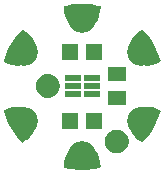
<source format=gbr>
G04 EAGLE Gerber RS-274X export*
G75*
%MOMM*%
%FSLAX34Y34*%
%LPD*%
%INSoldermask Top*%
%IPPOS*%
%AMOC8*
5,1,8,0,0,1.08239X$1,22.5*%
G01*
%ADD10R,1.352400X1.452400*%
%ADD11C,1.152400*%
%ADD12C,0.500000*%
%ADD13C,2.336800*%
%ADD14R,1.452400X0.552400*%
%ADD15R,1.552400X1.252400*%

G36*
X3062Y-70944D02*
X3062Y-70944D01*
X3099Y-70946D01*
X9133Y-70312D01*
X9160Y-70304D01*
X9198Y-70302D01*
X15132Y-69040D01*
X15154Y-69031D01*
X15178Y-69029D01*
X15257Y-68989D01*
X15340Y-68956D01*
X15357Y-68940D01*
X15378Y-68929D01*
X15411Y-68895D01*
X15413Y-68893D01*
X15422Y-68883D01*
X15439Y-68864D01*
X15505Y-68804D01*
X15516Y-68783D01*
X15532Y-68765D01*
X15548Y-68727D01*
X15555Y-68719D01*
X15568Y-68681D01*
X15607Y-68604D01*
X15610Y-68581D01*
X15619Y-68559D01*
X15622Y-68521D01*
X15627Y-68506D01*
X15626Y-68467D01*
X15630Y-68411D01*
X15633Y-68381D01*
X15632Y-68377D01*
X15632Y-68372D01*
X15345Y-64613D01*
X15334Y-64573D01*
X15329Y-64515D01*
X14457Y-60848D01*
X14440Y-60810D01*
X14426Y-60753D01*
X12991Y-57268D01*
X12969Y-57233D01*
X12946Y-57179D01*
X10983Y-53961D01*
X10956Y-53930D01*
X10925Y-53880D01*
X8483Y-51009D01*
X8445Y-50978D01*
X8389Y-50919D01*
X6603Y-49533D01*
X6578Y-49520D01*
X6574Y-49515D01*
X6563Y-49510D01*
X6535Y-49487D01*
X4583Y-48346D01*
X4550Y-48334D01*
X4509Y-48309D01*
X2426Y-47432D01*
X2391Y-47425D01*
X2347Y-47405D01*
X168Y-46808D01*
X92Y-46802D01*
X19Y-46786D01*
X-24Y-46791D01*
X-56Y-46788D01*
X-100Y-46800D01*
X-168Y-46808D01*
X-2347Y-47405D01*
X-2379Y-47421D01*
X-2426Y-47432D01*
X-4509Y-48309D01*
X-4539Y-48328D01*
X-4583Y-48346D01*
X-6535Y-49487D01*
X-6561Y-49510D01*
X-6603Y-49533D01*
X-8389Y-50919D01*
X-8422Y-50956D01*
X-8483Y-51009D01*
X-10925Y-53880D01*
X-10946Y-53916D01*
X-10983Y-53961D01*
X-12946Y-57179D01*
X-12961Y-57217D01*
X-12991Y-57268D01*
X-14426Y-60753D01*
X-14435Y-60794D01*
X-14457Y-60848D01*
X-15329Y-64515D01*
X-15331Y-64556D01*
X-15345Y-64613D01*
X-15632Y-68372D01*
X-15630Y-68395D01*
X-15634Y-68419D01*
X-15622Y-68490D01*
X-15620Y-68543D01*
X-15613Y-68560D01*
X-15610Y-68595D01*
X-15599Y-68616D01*
X-15595Y-68640D01*
X-15550Y-68716D01*
X-15550Y-68717D01*
X-15536Y-68751D01*
X-15529Y-68758D01*
X-15511Y-68796D01*
X-15493Y-68813D01*
X-15481Y-68833D01*
X-15413Y-68889D01*
X-15391Y-68910D01*
X-15384Y-68917D01*
X-15382Y-68918D01*
X-15348Y-68950D01*
X-15326Y-68960D01*
X-15307Y-68975D01*
X-15170Y-69026D01*
X-15141Y-69038D01*
X-15137Y-69039D01*
X-15132Y-69040D01*
X-9198Y-70302D01*
X-9169Y-70303D01*
X-9133Y-70312D01*
X-3099Y-70946D01*
X-3071Y-70944D01*
X-3033Y-70950D01*
X3033Y-70950D01*
X3062Y-70944D01*
G37*
G36*
X-51160Y17469D02*
X-51160Y17469D01*
X-51120Y17477D01*
X-51061Y17479D01*
X-47354Y18158D01*
X-47307Y18175D01*
X-47228Y18194D01*
X-45135Y19048D01*
X-45105Y19067D01*
X-45061Y19084D01*
X-43097Y20204D01*
X-43070Y20226D01*
X-43028Y20249D01*
X-41227Y21615D01*
X-41203Y21641D01*
X-41165Y21670D01*
X-39558Y23259D01*
X-39514Y23321D01*
X-39464Y23377D01*
X-39451Y23407D01*
X-39446Y23414D01*
X-39443Y23422D01*
X-39429Y23443D01*
X-39417Y23487D01*
X-39390Y23549D01*
X-38817Y25736D01*
X-38814Y25771D01*
X-38801Y25817D01*
X-38519Y28060D01*
X-38521Y28095D01*
X-38514Y28142D01*
X-38526Y30402D01*
X-38533Y30437D01*
X-38532Y30485D01*
X-38839Y32724D01*
X-38855Y32771D01*
X-38870Y32851D01*
X-40136Y36402D01*
X-40157Y36437D01*
X-40177Y36492D01*
X-41982Y39801D01*
X-42008Y39833D01*
X-42037Y39885D01*
X-44337Y42870D01*
X-44368Y42898D01*
X-44404Y42944D01*
X-47144Y45533D01*
X-47178Y45555D01*
X-47221Y45595D01*
X-50332Y47724D01*
X-50354Y47734D01*
X-50372Y47749D01*
X-50455Y47779D01*
X-50470Y47786D01*
X-50486Y47794D01*
X-50489Y47794D01*
X-50537Y47816D01*
X-50561Y47817D01*
X-50583Y47825D01*
X-50672Y47825D01*
X-50761Y47831D01*
X-50783Y47824D01*
X-50807Y47824D01*
X-50891Y47792D01*
X-50976Y47767D01*
X-50995Y47752D01*
X-51017Y47744D01*
X-51093Y47682D01*
X-51116Y47668D01*
X-51129Y47651D01*
X-51131Y47650D01*
X-51155Y47632D01*
X-51157Y47628D01*
X-51162Y47625D01*
X-55221Y43117D01*
X-55236Y43092D01*
X-55263Y43065D01*
X-58828Y38157D01*
X-58841Y38131D01*
X-58864Y38102D01*
X-61898Y32848D01*
X-61907Y32821D01*
X-61928Y32789D01*
X-64395Y27247D01*
X-64402Y27219D01*
X-64419Y27185D01*
X-66293Y21416D01*
X-66297Y21392D01*
X-66306Y21370D01*
X-66312Y21282D01*
X-66324Y21193D01*
X-66319Y21170D01*
X-66320Y21146D01*
X-66295Y21061D01*
X-66275Y20974D01*
X-66262Y20954D01*
X-66255Y20932D01*
X-66202Y20861D01*
X-66153Y20786D01*
X-66134Y20772D01*
X-66120Y20753D01*
X-65997Y20670D01*
X-65973Y20652D01*
X-65969Y20651D01*
X-65965Y20648D01*
X-62566Y19018D01*
X-62526Y19007D01*
X-62473Y18982D01*
X-58861Y17904D01*
X-58820Y17899D01*
X-58764Y17883D01*
X-55028Y17383D01*
X-54987Y17385D01*
X-54928Y17378D01*
X-51160Y17469D01*
G37*
G36*
X54969Y17384D02*
X54969Y17384D01*
X55028Y17383D01*
X58764Y17883D01*
X58803Y17896D01*
X58861Y17904D01*
X62473Y18982D01*
X62510Y19001D01*
X62566Y19018D01*
X65965Y20648D01*
X65984Y20662D01*
X66006Y20670D01*
X66074Y20727D01*
X66146Y20779D01*
X66160Y20799D01*
X66178Y20814D01*
X66222Y20891D01*
X66271Y20965D01*
X66277Y20989D01*
X66289Y21009D01*
X66303Y21097D01*
X66323Y21184D01*
X66321Y21207D01*
X66324Y21231D01*
X66300Y21377D01*
X66296Y21406D01*
X66294Y21410D01*
X66293Y21416D01*
X64419Y27185D01*
X64405Y27211D01*
X64395Y27247D01*
X61928Y32789D01*
X61911Y32813D01*
X61898Y32848D01*
X58864Y38102D01*
X58846Y38124D01*
X58828Y38157D01*
X55263Y43065D01*
X55242Y43085D01*
X55221Y43117D01*
X51162Y47625D01*
X51143Y47639D01*
X51129Y47659D01*
X51099Y47679D01*
X51087Y47691D01*
X51054Y47709D01*
X50984Y47762D01*
X50962Y47769D01*
X50942Y47783D01*
X50855Y47803D01*
X50770Y47830D01*
X50746Y47828D01*
X50723Y47834D01*
X50635Y47823D01*
X50546Y47818D01*
X50524Y47809D01*
X50501Y47806D01*
X50453Y47782D01*
X50450Y47782D01*
X50444Y47778D01*
X50368Y47741D01*
X50340Y47729D01*
X50337Y47726D01*
X50332Y47724D01*
X47221Y45595D01*
X47192Y45566D01*
X47144Y45533D01*
X44404Y42944D01*
X44380Y42911D01*
X44337Y42870D01*
X42037Y39885D01*
X42018Y39848D01*
X41982Y39801D01*
X40177Y36492D01*
X40164Y36453D01*
X40136Y36402D01*
X38870Y32851D01*
X38862Y32802D01*
X38839Y32724D01*
X38532Y30485D01*
X38534Y30450D01*
X38526Y30402D01*
X38514Y28142D01*
X38520Y28107D01*
X38519Y28060D01*
X38801Y25817D01*
X38812Y25783D01*
X38817Y25736D01*
X39390Y23549D01*
X39422Y23481D01*
X39445Y23409D01*
X39463Y23385D01*
X39465Y23382D01*
X39471Y23375D01*
X39485Y23346D01*
X39517Y23314D01*
X39558Y23259D01*
X41165Y21670D01*
X41194Y21650D01*
X41227Y21615D01*
X43028Y20249D01*
X43060Y20233D01*
X43097Y20204D01*
X45061Y19084D01*
X45094Y19072D01*
X45135Y19048D01*
X47228Y18194D01*
X47277Y18184D01*
X47354Y18158D01*
X51061Y17479D01*
X51102Y17479D01*
X51160Y17469D01*
X54928Y17378D01*
X54969Y17384D01*
G37*
G36*
X50783Y-47824D02*
X50783Y-47824D01*
X50807Y-47824D01*
X50891Y-47792D01*
X50976Y-47767D01*
X50995Y-47752D01*
X51017Y-47744D01*
X51131Y-47650D01*
X51155Y-47632D01*
X51157Y-47628D01*
X51162Y-47625D01*
X55221Y-43117D01*
X55236Y-43092D01*
X55263Y-43065D01*
X58828Y-38157D01*
X58841Y-38131D01*
X58864Y-38102D01*
X61898Y-32848D01*
X61907Y-32821D01*
X61928Y-32789D01*
X64395Y-27247D01*
X64402Y-27219D01*
X64419Y-27185D01*
X66293Y-21416D01*
X66297Y-21392D01*
X66306Y-21370D01*
X66312Y-21282D01*
X66324Y-21193D01*
X66319Y-21170D01*
X66320Y-21146D01*
X66295Y-21061D01*
X66275Y-20974D01*
X66262Y-20954D01*
X66255Y-20932D01*
X66202Y-20861D01*
X66153Y-20786D01*
X66134Y-20772D01*
X66120Y-20753D01*
X65997Y-20670D01*
X65973Y-20652D01*
X65969Y-20651D01*
X65965Y-20648D01*
X62566Y-19018D01*
X62526Y-19007D01*
X62473Y-18982D01*
X58861Y-17904D01*
X58820Y-17899D01*
X58764Y-17883D01*
X55028Y-17383D01*
X54987Y-17385D01*
X54928Y-17378D01*
X51160Y-17469D01*
X51120Y-17477D01*
X51061Y-17479D01*
X47354Y-18158D01*
X47307Y-18175D01*
X47228Y-18194D01*
X45135Y-19048D01*
X45105Y-19067D01*
X45061Y-19084D01*
X43097Y-20204D01*
X43070Y-20226D01*
X43028Y-20249D01*
X41227Y-21615D01*
X41203Y-21641D01*
X41165Y-21670D01*
X39558Y-23259D01*
X39514Y-23321D01*
X39464Y-23377D01*
X39447Y-23416D01*
X39429Y-23443D01*
X39417Y-23487D01*
X39390Y-23549D01*
X38817Y-25736D01*
X38814Y-25771D01*
X38801Y-25817D01*
X38519Y-28060D01*
X38521Y-28095D01*
X38514Y-28142D01*
X38526Y-30402D01*
X38533Y-30437D01*
X38532Y-30485D01*
X38839Y-32724D01*
X38843Y-32737D01*
X38844Y-32743D01*
X38853Y-32767D01*
X38855Y-32771D01*
X38870Y-32851D01*
X40136Y-36402D01*
X40157Y-36437D01*
X40177Y-36492D01*
X41982Y-39801D01*
X42008Y-39833D01*
X42037Y-39885D01*
X44337Y-42870D01*
X44368Y-42898D01*
X44404Y-42944D01*
X47144Y-45533D01*
X47178Y-45555D01*
X47221Y-45595D01*
X50332Y-47724D01*
X50354Y-47734D01*
X50372Y-47749D01*
X50455Y-47779D01*
X50537Y-47816D01*
X50561Y-47817D01*
X50583Y-47825D01*
X50672Y-47825D01*
X50761Y-47831D01*
X50783Y-47824D01*
G37*
G36*
X-50635Y-47823D02*
X-50635Y-47823D01*
X-50546Y-47818D01*
X-50524Y-47809D01*
X-50501Y-47806D01*
X-50368Y-47741D01*
X-50340Y-47729D01*
X-50337Y-47726D01*
X-50332Y-47724D01*
X-47221Y-45595D01*
X-47192Y-45566D01*
X-47144Y-45533D01*
X-44404Y-42944D01*
X-44380Y-42911D01*
X-44337Y-42870D01*
X-42037Y-39885D01*
X-42018Y-39848D01*
X-41982Y-39801D01*
X-40177Y-36492D01*
X-40164Y-36453D01*
X-40136Y-36402D01*
X-38870Y-32851D01*
X-38862Y-32802D01*
X-38839Y-32724D01*
X-38532Y-30485D01*
X-38534Y-30450D01*
X-38526Y-30402D01*
X-38514Y-28142D01*
X-38520Y-28107D01*
X-38519Y-28060D01*
X-38801Y-25817D01*
X-38812Y-25783D01*
X-38817Y-25736D01*
X-39390Y-23549D01*
X-39422Y-23481D01*
X-39445Y-23409D01*
X-39471Y-23375D01*
X-39485Y-23346D01*
X-39517Y-23314D01*
X-39558Y-23259D01*
X-41165Y-21670D01*
X-41194Y-21650D01*
X-41227Y-21615D01*
X-43028Y-20249D01*
X-43060Y-20233D01*
X-43097Y-20204D01*
X-45061Y-19084D01*
X-45094Y-19072D01*
X-45135Y-19048D01*
X-47228Y-18194D01*
X-47277Y-18184D01*
X-47354Y-18158D01*
X-51061Y-17479D01*
X-51102Y-17479D01*
X-51160Y-17469D01*
X-54928Y-17378D01*
X-54969Y-17384D01*
X-55028Y-17383D01*
X-58764Y-17883D01*
X-58803Y-17896D01*
X-58861Y-17904D01*
X-62473Y-18982D01*
X-62510Y-19001D01*
X-62566Y-19018D01*
X-65965Y-20648D01*
X-65984Y-20662D01*
X-66006Y-20670D01*
X-66074Y-20727D01*
X-66146Y-20779D01*
X-66160Y-20799D01*
X-66178Y-20814D01*
X-66222Y-20891D01*
X-66271Y-20965D01*
X-66277Y-20989D01*
X-66289Y-21009D01*
X-66303Y-21097D01*
X-66323Y-21184D01*
X-66321Y-21207D01*
X-66324Y-21231D01*
X-66300Y-21377D01*
X-66296Y-21406D01*
X-66294Y-21410D01*
X-66293Y-21416D01*
X-64419Y-27185D01*
X-64405Y-27211D01*
X-64395Y-27247D01*
X-61928Y-32789D01*
X-61911Y-32813D01*
X-61898Y-32848D01*
X-58864Y-38102D01*
X-58846Y-38124D01*
X-58828Y-38157D01*
X-55263Y-43065D01*
X-55242Y-43085D01*
X-55221Y-43117D01*
X-51162Y-47625D01*
X-51143Y-47639D01*
X-51129Y-47659D01*
X-51055Y-47708D01*
X-50984Y-47762D01*
X-50962Y-47769D01*
X-50942Y-47783D01*
X-50855Y-47803D01*
X-50770Y-47830D01*
X-50746Y-47828D01*
X-50723Y-47834D01*
X-50635Y-47823D01*
G37*
G36*
X24Y45521D02*
X24Y45521D01*
X56Y45518D01*
X100Y45530D01*
X168Y45538D01*
X2347Y46135D01*
X2379Y46151D01*
X2426Y46162D01*
X4509Y47039D01*
X4539Y47058D01*
X4583Y47076D01*
X6535Y48217D01*
X6561Y48240D01*
X6603Y48263D01*
X8389Y49649D01*
X8422Y49686D01*
X8483Y49739D01*
X10925Y52610D01*
X10946Y52646D01*
X10983Y52691D01*
X12946Y55909D01*
X12961Y55947D01*
X12991Y55998D01*
X14426Y59483D01*
X14435Y59524D01*
X14457Y59578D01*
X15329Y63245D01*
X15331Y63286D01*
X15345Y63343D01*
X15632Y67102D01*
X15630Y67125D01*
X15634Y67149D01*
X15619Y67236D01*
X15610Y67325D01*
X15599Y67346D01*
X15595Y67370D01*
X15550Y67446D01*
X15511Y67526D01*
X15493Y67543D01*
X15481Y67563D01*
X15413Y67619D01*
X15348Y67680D01*
X15326Y67690D01*
X15307Y67705D01*
X15170Y67756D01*
X15141Y67768D01*
X15137Y67769D01*
X15132Y67770D01*
X9198Y69032D01*
X9169Y69033D01*
X9133Y69042D01*
X3099Y69676D01*
X3071Y69674D01*
X3033Y69680D01*
X-3033Y69680D01*
X-3062Y69674D01*
X-3099Y69676D01*
X-9133Y69042D01*
X-9160Y69034D01*
X-9198Y69032D01*
X-15132Y67770D01*
X-15154Y67761D01*
X-15178Y67759D01*
X-15257Y67719D01*
X-15340Y67686D01*
X-15357Y67670D01*
X-15378Y67659D01*
X-15439Y67594D01*
X-15505Y67534D01*
X-15516Y67513D01*
X-15532Y67495D01*
X-15566Y67413D01*
X-15607Y67334D01*
X-15610Y67311D01*
X-15619Y67289D01*
X-15630Y67141D01*
X-15633Y67111D01*
X-15632Y67107D01*
X-15632Y67102D01*
X-15345Y63343D01*
X-15334Y63303D01*
X-15329Y63245D01*
X-14457Y59578D01*
X-14440Y59540D01*
X-14426Y59483D01*
X-12991Y55998D01*
X-12969Y55963D01*
X-12946Y55909D01*
X-10983Y52691D01*
X-10956Y52660D01*
X-10925Y52610D01*
X-8483Y49739D01*
X-8445Y49708D01*
X-8389Y49649D01*
X-6603Y48263D01*
X-6572Y48247D01*
X-6535Y48217D01*
X-4583Y47076D01*
X-4550Y47064D01*
X-4509Y47039D01*
X-2426Y46162D01*
X-2391Y46155D01*
X-2347Y46135D01*
X-168Y45538D01*
X-92Y45532D01*
X-19Y45516D01*
X24Y45521D01*
G37*
D10*
X-10160Y-29210D03*
X10160Y-29210D03*
X-10160Y29210D03*
X10160Y29210D03*
D11*
X-29210Y0D03*
D12*
X-29210Y7500D02*
X-29391Y7498D01*
X-29572Y7491D01*
X-29753Y7480D01*
X-29934Y7465D01*
X-30114Y7445D01*
X-30294Y7421D01*
X-30473Y7393D01*
X-30651Y7360D01*
X-30828Y7323D01*
X-31005Y7282D01*
X-31180Y7237D01*
X-31355Y7187D01*
X-31528Y7133D01*
X-31699Y7075D01*
X-31870Y7013D01*
X-32038Y6946D01*
X-32205Y6876D01*
X-32371Y6802D01*
X-32534Y6723D01*
X-32695Y6641D01*
X-32855Y6555D01*
X-33012Y6465D01*
X-33167Y6371D01*
X-33320Y6274D01*
X-33470Y6172D01*
X-33618Y6068D01*
X-33764Y5959D01*
X-33906Y5848D01*
X-34046Y5732D01*
X-34183Y5614D01*
X-34318Y5492D01*
X-34449Y5367D01*
X-34577Y5239D01*
X-34702Y5108D01*
X-34824Y4973D01*
X-34942Y4836D01*
X-35058Y4696D01*
X-35169Y4554D01*
X-35278Y4408D01*
X-35382Y4260D01*
X-35484Y4110D01*
X-35581Y3957D01*
X-35675Y3802D01*
X-35765Y3645D01*
X-35851Y3485D01*
X-35933Y3324D01*
X-36012Y3161D01*
X-36086Y2995D01*
X-36156Y2828D01*
X-36223Y2660D01*
X-36285Y2489D01*
X-36343Y2318D01*
X-36397Y2145D01*
X-36447Y1970D01*
X-36492Y1795D01*
X-36533Y1618D01*
X-36570Y1441D01*
X-36603Y1263D01*
X-36631Y1084D01*
X-36655Y904D01*
X-36675Y724D01*
X-36690Y543D01*
X-36701Y362D01*
X-36708Y181D01*
X-36710Y0D01*
X-29210Y7500D02*
X-29029Y7498D01*
X-28848Y7491D01*
X-28667Y7480D01*
X-28486Y7465D01*
X-28306Y7445D01*
X-28126Y7421D01*
X-27947Y7393D01*
X-27769Y7360D01*
X-27592Y7323D01*
X-27415Y7282D01*
X-27240Y7237D01*
X-27065Y7187D01*
X-26892Y7133D01*
X-26721Y7075D01*
X-26550Y7013D01*
X-26382Y6946D01*
X-26215Y6876D01*
X-26049Y6802D01*
X-25886Y6723D01*
X-25725Y6641D01*
X-25565Y6555D01*
X-25408Y6465D01*
X-25253Y6371D01*
X-25100Y6274D01*
X-24950Y6172D01*
X-24802Y6068D01*
X-24656Y5959D01*
X-24514Y5848D01*
X-24374Y5732D01*
X-24237Y5614D01*
X-24102Y5492D01*
X-23971Y5367D01*
X-23843Y5239D01*
X-23718Y5108D01*
X-23596Y4973D01*
X-23478Y4836D01*
X-23362Y4696D01*
X-23251Y4554D01*
X-23142Y4408D01*
X-23038Y4260D01*
X-22936Y4110D01*
X-22839Y3957D01*
X-22745Y3802D01*
X-22655Y3645D01*
X-22569Y3485D01*
X-22487Y3324D01*
X-22408Y3161D01*
X-22334Y2995D01*
X-22264Y2828D01*
X-22197Y2660D01*
X-22135Y2489D01*
X-22077Y2318D01*
X-22023Y2145D01*
X-21973Y1970D01*
X-21928Y1795D01*
X-21887Y1618D01*
X-21850Y1441D01*
X-21817Y1263D01*
X-21789Y1084D01*
X-21765Y904D01*
X-21745Y724D01*
X-21730Y543D01*
X-21719Y362D01*
X-21712Y181D01*
X-21710Y0D01*
X-21712Y-181D01*
X-21719Y-362D01*
X-21730Y-543D01*
X-21745Y-724D01*
X-21765Y-904D01*
X-21789Y-1084D01*
X-21817Y-1263D01*
X-21850Y-1441D01*
X-21887Y-1618D01*
X-21928Y-1795D01*
X-21973Y-1970D01*
X-22023Y-2145D01*
X-22077Y-2318D01*
X-22135Y-2489D01*
X-22197Y-2660D01*
X-22264Y-2828D01*
X-22334Y-2995D01*
X-22408Y-3161D01*
X-22487Y-3324D01*
X-22569Y-3485D01*
X-22655Y-3645D01*
X-22745Y-3802D01*
X-22839Y-3957D01*
X-22936Y-4110D01*
X-23038Y-4260D01*
X-23142Y-4408D01*
X-23251Y-4554D01*
X-23362Y-4696D01*
X-23478Y-4836D01*
X-23596Y-4973D01*
X-23718Y-5108D01*
X-23843Y-5239D01*
X-23971Y-5367D01*
X-24102Y-5492D01*
X-24237Y-5614D01*
X-24374Y-5732D01*
X-24514Y-5848D01*
X-24656Y-5959D01*
X-24802Y-6068D01*
X-24950Y-6172D01*
X-25100Y-6274D01*
X-25253Y-6371D01*
X-25408Y-6465D01*
X-25565Y-6555D01*
X-25725Y-6641D01*
X-25886Y-6723D01*
X-26049Y-6802D01*
X-26215Y-6876D01*
X-26382Y-6946D01*
X-26550Y-7013D01*
X-26721Y-7075D01*
X-26892Y-7133D01*
X-27065Y-7187D01*
X-27240Y-7237D01*
X-27415Y-7282D01*
X-27592Y-7323D01*
X-27769Y-7360D01*
X-27947Y-7393D01*
X-28126Y-7421D01*
X-28306Y-7445D01*
X-28486Y-7465D01*
X-28667Y-7480D01*
X-28848Y-7491D01*
X-29029Y-7498D01*
X-29210Y-7500D01*
X-29391Y-7498D01*
X-29572Y-7491D01*
X-29753Y-7480D01*
X-29934Y-7465D01*
X-30114Y-7445D01*
X-30294Y-7421D01*
X-30473Y-7393D01*
X-30651Y-7360D01*
X-30828Y-7323D01*
X-31005Y-7282D01*
X-31180Y-7237D01*
X-31355Y-7187D01*
X-31528Y-7133D01*
X-31699Y-7075D01*
X-31870Y-7013D01*
X-32038Y-6946D01*
X-32205Y-6876D01*
X-32371Y-6802D01*
X-32534Y-6723D01*
X-32695Y-6641D01*
X-32855Y-6555D01*
X-33012Y-6465D01*
X-33167Y-6371D01*
X-33320Y-6274D01*
X-33470Y-6172D01*
X-33618Y-6068D01*
X-33764Y-5959D01*
X-33906Y-5848D01*
X-34046Y-5732D01*
X-34183Y-5614D01*
X-34318Y-5492D01*
X-34449Y-5367D01*
X-34577Y-5239D01*
X-34702Y-5108D01*
X-34824Y-4973D01*
X-34942Y-4836D01*
X-35058Y-4696D01*
X-35169Y-4554D01*
X-35278Y-4408D01*
X-35382Y-4260D01*
X-35484Y-4110D01*
X-35581Y-3957D01*
X-35675Y-3802D01*
X-35765Y-3645D01*
X-35851Y-3485D01*
X-35933Y-3324D01*
X-36012Y-3161D01*
X-36086Y-2995D01*
X-36156Y-2828D01*
X-36223Y-2660D01*
X-36285Y-2489D01*
X-36343Y-2318D01*
X-36397Y-2145D01*
X-36447Y-1970D01*
X-36492Y-1795D01*
X-36533Y-1618D01*
X-36570Y-1441D01*
X-36603Y-1263D01*
X-36631Y-1084D01*
X-36655Y-904D01*
X-36675Y-724D01*
X-36690Y-543D01*
X-36701Y-362D01*
X-36708Y-181D01*
X-36710Y0D01*
D13*
X49530Y-29210D03*
X-49530Y-29210D03*
X-49530Y29210D03*
X49530Y29210D03*
X0Y-58420D03*
X0Y57150D03*
D11*
X29210Y-46990D03*
D12*
X29210Y-39490D02*
X29029Y-39492D01*
X28848Y-39499D01*
X28667Y-39510D01*
X28486Y-39525D01*
X28306Y-39545D01*
X28126Y-39569D01*
X27947Y-39597D01*
X27769Y-39630D01*
X27592Y-39667D01*
X27415Y-39708D01*
X27240Y-39753D01*
X27065Y-39803D01*
X26892Y-39857D01*
X26721Y-39915D01*
X26550Y-39977D01*
X26382Y-40044D01*
X26215Y-40114D01*
X26049Y-40188D01*
X25886Y-40267D01*
X25725Y-40349D01*
X25565Y-40435D01*
X25408Y-40525D01*
X25253Y-40619D01*
X25100Y-40716D01*
X24950Y-40818D01*
X24802Y-40922D01*
X24656Y-41031D01*
X24514Y-41142D01*
X24374Y-41258D01*
X24237Y-41376D01*
X24102Y-41498D01*
X23971Y-41623D01*
X23843Y-41751D01*
X23718Y-41882D01*
X23596Y-42017D01*
X23478Y-42154D01*
X23362Y-42294D01*
X23251Y-42436D01*
X23142Y-42582D01*
X23038Y-42730D01*
X22936Y-42880D01*
X22839Y-43033D01*
X22745Y-43188D01*
X22655Y-43345D01*
X22569Y-43505D01*
X22487Y-43666D01*
X22408Y-43829D01*
X22334Y-43995D01*
X22264Y-44162D01*
X22197Y-44330D01*
X22135Y-44501D01*
X22077Y-44672D01*
X22023Y-44845D01*
X21973Y-45020D01*
X21928Y-45195D01*
X21887Y-45372D01*
X21850Y-45549D01*
X21817Y-45727D01*
X21789Y-45906D01*
X21765Y-46086D01*
X21745Y-46266D01*
X21730Y-46447D01*
X21719Y-46628D01*
X21712Y-46809D01*
X21710Y-46990D01*
X29210Y-39490D02*
X29391Y-39492D01*
X29572Y-39499D01*
X29753Y-39510D01*
X29934Y-39525D01*
X30114Y-39545D01*
X30294Y-39569D01*
X30473Y-39597D01*
X30651Y-39630D01*
X30828Y-39667D01*
X31005Y-39708D01*
X31180Y-39753D01*
X31355Y-39803D01*
X31528Y-39857D01*
X31699Y-39915D01*
X31870Y-39977D01*
X32038Y-40044D01*
X32205Y-40114D01*
X32371Y-40188D01*
X32534Y-40267D01*
X32695Y-40349D01*
X32855Y-40435D01*
X33012Y-40525D01*
X33167Y-40619D01*
X33320Y-40716D01*
X33470Y-40818D01*
X33618Y-40922D01*
X33764Y-41031D01*
X33906Y-41142D01*
X34046Y-41258D01*
X34183Y-41376D01*
X34318Y-41498D01*
X34449Y-41623D01*
X34577Y-41751D01*
X34702Y-41882D01*
X34824Y-42017D01*
X34942Y-42154D01*
X35058Y-42294D01*
X35169Y-42436D01*
X35278Y-42582D01*
X35382Y-42730D01*
X35484Y-42880D01*
X35581Y-43033D01*
X35675Y-43188D01*
X35765Y-43345D01*
X35851Y-43505D01*
X35933Y-43666D01*
X36012Y-43829D01*
X36086Y-43995D01*
X36156Y-44162D01*
X36223Y-44330D01*
X36285Y-44501D01*
X36343Y-44672D01*
X36397Y-44845D01*
X36447Y-45020D01*
X36492Y-45195D01*
X36533Y-45372D01*
X36570Y-45549D01*
X36603Y-45727D01*
X36631Y-45906D01*
X36655Y-46086D01*
X36675Y-46266D01*
X36690Y-46447D01*
X36701Y-46628D01*
X36708Y-46809D01*
X36710Y-46990D01*
X36708Y-47171D01*
X36701Y-47352D01*
X36690Y-47533D01*
X36675Y-47714D01*
X36655Y-47894D01*
X36631Y-48074D01*
X36603Y-48253D01*
X36570Y-48431D01*
X36533Y-48608D01*
X36492Y-48785D01*
X36447Y-48960D01*
X36397Y-49135D01*
X36343Y-49308D01*
X36285Y-49479D01*
X36223Y-49650D01*
X36156Y-49818D01*
X36086Y-49985D01*
X36012Y-50151D01*
X35933Y-50314D01*
X35851Y-50475D01*
X35765Y-50635D01*
X35675Y-50792D01*
X35581Y-50947D01*
X35484Y-51100D01*
X35382Y-51250D01*
X35278Y-51398D01*
X35169Y-51544D01*
X35058Y-51686D01*
X34942Y-51826D01*
X34824Y-51963D01*
X34702Y-52098D01*
X34577Y-52229D01*
X34449Y-52357D01*
X34318Y-52482D01*
X34183Y-52604D01*
X34046Y-52722D01*
X33906Y-52838D01*
X33764Y-52949D01*
X33618Y-53058D01*
X33470Y-53162D01*
X33320Y-53264D01*
X33167Y-53361D01*
X33012Y-53455D01*
X32855Y-53545D01*
X32695Y-53631D01*
X32534Y-53713D01*
X32371Y-53792D01*
X32205Y-53866D01*
X32038Y-53936D01*
X31870Y-54003D01*
X31699Y-54065D01*
X31528Y-54123D01*
X31355Y-54177D01*
X31180Y-54227D01*
X31005Y-54272D01*
X30828Y-54313D01*
X30651Y-54350D01*
X30473Y-54383D01*
X30294Y-54411D01*
X30114Y-54435D01*
X29934Y-54455D01*
X29753Y-54470D01*
X29572Y-54481D01*
X29391Y-54488D01*
X29210Y-54490D01*
X29029Y-54488D01*
X28848Y-54481D01*
X28667Y-54470D01*
X28486Y-54455D01*
X28306Y-54435D01*
X28126Y-54411D01*
X27947Y-54383D01*
X27769Y-54350D01*
X27592Y-54313D01*
X27415Y-54272D01*
X27240Y-54227D01*
X27065Y-54177D01*
X26892Y-54123D01*
X26721Y-54065D01*
X26550Y-54003D01*
X26382Y-53936D01*
X26215Y-53866D01*
X26049Y-53792D01*
X25886Y-53713D01*
X25725Y-53631D01*
X25565Y-53545D01*
X25408Y-53455D01*
X25253Y-53361D01*
X25100Y-53264D01*
X24950Y-53162D01*
X24802Y-53058D01*
X24656Y-52949D01*
X24514Y-52838D01*
X24374Y-52722D01*
X24237Y-52604D01*
X24102Y-52482D01*
X23971Y-52357D01*
X23843Y-52229D01*
X23718Y-52098D01*
X23596Y-51963D01*
X23478Y-51826D01*
X23362Y-51686D01*
X23251Y-51544D01*
X23142Y-51398D01*
X23038Y-51250D01*
X22936Y-51100D01*
X22839Y-50947D01*
X22745Y-50792D01*
X22655Y-50635D01*
X22569Y-50475D01*
X22487Y-50314D01*
X22408Y-50151D01*
X22334Y-49985D01*
X22264Y-49818D01*
X22197Y-49650D01*
X22135Y-49479D01*
X22077Y-49308D01*
X22023Y-49135D01*
X21973Y-48960D01*
X21928Y-48785D01*
X21887Y-48608D01*
X21850Y-48431D01*
X21817Y-48253D01*
X21789Y-48074D01*
X21765Y-47894D01*
X21745Y-47714D01*
X21730Y-47533D01*
X21719Y-47352D01*
X21712Y-47171D01*
X21710Y-46990D01*
D14*
X8000Y-6500D03*
X8000Y0D03*
X8000Y6500D03*
X-8000Y6500D03*
X-8000Y0D03*
X-8000Y-6500D03*
D15*
X29210Y-10000D03*
X29210Y10000D03*
M02*

</source>
